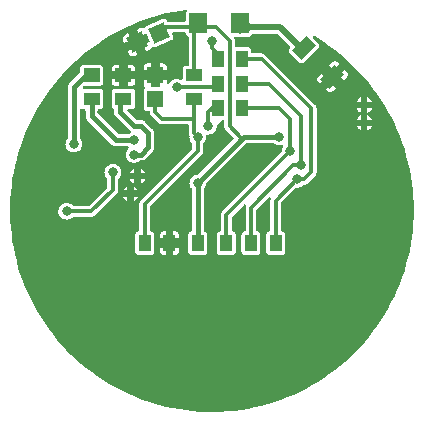
<source format=gbl>
G04 Layer: BottomLayer*
G04 EasyEDA v6.5.42, 2024-03-17 11:44:53*
G04 597a10fb728243aa825b0aea125d946e,ed70181f279245e6aff80281ee7dc86a,10*
G04 Gerber Generator version 0.2*
G04 Scale: 100 percent, Rotated: No, Reflected: No *
G04 Dimensions in millimeters *
G04 leading zeros omitted , absolute positions ,4 integer and 5 decimal *
%FSLAX45Y45*%
%MOMM*%

%AMMACRO1*21,1,$1,$2,0,0,$3*%
%ADD10C,0.3000*%
%ADD11C,0.4000*%
%ADD12C,0.5000*%
%ADD13R,1.0000X1.3770*%
%ADD14R,1.3770X1.1325*%
%ADD15MACRO1,1.377X1.1325X0.0000*%
%ADD16MACRO1,1.62X1.44X-90.0000*%
%ADD17MACRO1,1.1X1.7X135.0019*%
%ADD18MACRO1,1.1X1.7X135.0000*%
%ADD19MACRO1,1.35X1.41X113.0004*%
%ADD20R,1.3770X1.0000*%
%ADD21R,1.3500X1.4100*%
%ADD22MACRO1,1.35X1.41X0.0000*%
%ADD23C,0.8000*%
%ADD24C,0.0142*%

%LPD*%
G36*
X3614318Y2440533D02*
G01*
X3556304Y2441041D01*
X3498291Y2443530D01*
X3440379Y2447950D01*
X3382670Y2454351D01*
X3325215Y2462733D01*
X3268116Y2472994D01*
X3211322Y2485237D01*
X3155035Y2499410D01*
X3099257Y2515463D01*
X3044037Y2533396D01*
X2989478Y2553208D01*
X2935579Y2574899D01*
X2882493Y2598369D01*
X2830220Y2623616D01*
X2778810Y2650642D01*
X2728417Y2679395D01*
X2678938Y2709824D01*
X2630576Y2741930D01*
X2583332Y2775661D01*
X2537256Y2810967D01*
X2492400Y2847848D01*
X2448814Y2886202D01*
X2406548Y2926029D01*
X2365705Y2967228D01*
X2326233Y3009849D01*
X2288286Y3053740D01*
X2251811Y3098901D01*
X2216912Y3145282D01*
X2183587Y3192830D01*
X2151888Y3241497D01*
X2121865Y3291179D01*
X2093569Y3341878D01*
X2067001Y3393490D01*
X2042210Y3446018D01*
X2019198Y3499307D01*
X1998014Y3553358D01*
X1978660Y3608120D01*
X1961184Y3663442D01*
X1945639Y3719372D01*
X1931974Y3775811D01*
X1920189Y3832656D01*
X1910384Y3889908D01*
X1902561Y3947414D01*
X1896668Y4005173D01*
X1892706Y4063085D01*
X1890725Y4121099D01*
X1890775Y4179163D01*
X1892757Y4237228D01*
X1896668Y4295140D01*
X1902612Y4352899D01*
X1910435Y4410405D01*
X1920290Y4467606D01*
X1932025Y4524502D01*
X1945690Y4580890D01*
X1961286Y4636820D01*
X1978761Y4692192D01*
X1998116Y4746904D01*
X2019300Y4800955D01*
X2042312Y4854295D01*
X2067153Y4906772D01*
X2093722Y4958384D01*
X2122068Y5009083D01*
X2152091Y5058765D01*
X2183739Y5107381D01*
X2217115Y5154930D01*
X2252014Y5201310D01*
X2288489Y5246471D01*
X2326487Y5290362D01*
X2365959Y5332984D01*
X2406802Y5374182D01*
X2449068Y5414010D01*
X2492654Y5452364D01*
X2537510Y5489194D01*
X2583637Y5524500D01*
X2630881Y5558231D01*
X2679242Y5590336D01*
X2728671Y5620766D01*
X2779115Y5649518D01*
X2830525Y5676493D01*
X2882798Y5701741D01*
X2935935Y5725210D01*
X2989783Y5746851D01*
X3044342Y5766663D01*
X3099562Y5784596D01*
X3155391Y5800648D01*
X3211677Y5814771D01*
X3268421Y5827014D01*
X3325571Y5837275D01*
X3377184Y5844794D01*
X3381197Y5844590D01*
X3384854Y5842812D01*
X3387496Y5839714D01*
X3388715Y5835904D01*
X3388360Y5831890D01*
X3383330Y5822645D01*
X3381603Y5816955D01*
X3380994Y5810504D01*
X3380994Y5755690D01*
X3380232Y5751779D01*
X3377996Y5748477D01*
X3374694Y5746292D01*
X3370834Y5745530D01*
X3227425Y5745530D01*
X3223869Y5746140D01*
X3220770Y5748020D01*
X3218535Y5750814D01*
X3215741Y5755894D01*
X3211931Y5760466D01*
X3207258Y5764225D01*
X3201974Y5766968D01*
X3196234Y5768644D01*
X3190290Y5769203D01*
X3184347Y5768543D01*
X3178200Y5766612D01*
X3049320Y5711952D01*
X3043631Y5708802D01*
X3039059Y5704992D01*
X3035300Y5700369D01*
X3030321Y5691022D01*
X3026714Y5688431D01*
X3022346Y5687618D01*
X3012135Y5690514D01*
X3006191Y5691073D01*
X3000248Y5690412D01*
X2994101Y5688482D01*
X2967939Y5677408D01*
X2990545Y5624068D01*
X3034030Y5642559D01*
X3037941Y5643321D01*
X3041802Y5642610D01*
X3045155Y5640425D01*
X3047390Y5637174D01*
X3070758Y5582056D01*
X3071571Y5578144D01*
X3070809Y5574284D01*
X3068675Y5570931D01*
X3065373Y5568696D01*
X3021888Y5550255D01*
X3044545Y5496966D01*
X3070656Y5508040D01*
X3076346Y5511139D01*
X3080918Y5515000D01*
X3084677Y5519623D01*
X3089656Y5528970D01*
X3093262Y5531561D01*
X3097682Y5532374D01*
X3107842Y5529478D01*
X3113786Y5528919D01*
X3119729Y5529580D01*
X3125927Y5531510D01*
X3254756Y5586171D01*
X3260445Y5589320D01*
X3265017Y5593130D01*
X3268776Y5597753D01*
X3271570Y5603087D01*
X3273247Y5608777D01*
X3273755Y5614720D01*
X3273145Y5620664D01*
X3271215Y5626862D01*
X3265474Y5640374D01*
X3264662Y5644286D01*
X3265424Y5648198D01*
X3267608Y5651500D01*
X3270910Y5653735D01*
X3274822Y5654497D01*
X3371291Y5654497D01*
X3374948Y5653836D01*
X3378098Y5651855D01*
X3380333Y5648909D01*
X3381400Y5645353D01*
X3381603Y5643067D01*
X3383330Y5637326D01*
X3386175Y5632043D01*
X3389934Y5627471D01*
X3394557Y5623661D01*
X3399129Y5621223D01*
X3401974Y5618988D01*
X3403854Y5615838D01*
X3404463Y5612282D01*
X3404463Y5380685D01*
X3403701Y5376773D01*
X3401517Y5373471D01*
X3398215Y5371287D01*
X3394303Y5370525D01*
X3381654Y5370525D01*
X3375202Y5369864D01*
X3369462Y5368137D01*
X3364229Y5365343D01*
X3359607Y5361533D01*
X3355797Y5356910D01*
X3353003Y5351627D01*
X3351276Y5345938D01*
X3350615Y5339486D01*
X3350615Y5259527D01*
X3349751Y5255361D01*
X3347212Y5251907D01*
X3343452Y5249824D01*
X3339185Y5249468D01*
X3335172Y5250891D01*
X3331972Y5252821D01*
X3321761Y5257038D01*
X3311042Y5259628D01*
X3300018Y5260492D01*
X3288995Y5259628D01*
X3278225Y5257038D01*
X3268014Y5252821D01*
X3258565Y5247030D01*
X3250184Y5239867D01*
X3242970Y5231434D01*
X3236823Y5221376D01*
X3233826Y5218277D01*
X3229762Y5216652D01*
X3225393Y5216906D01*
X3221583Y5218988D01*
X3218942Y5222443D01*
X3218027Y5226710D01*
X3218027Y5248402D01*
X3160115Y5248402D01*
X3160115Y5201158D01*
X3159302Y5197246D01*
X3157118Y5193995D01*
X3153816Y5191760D01*
X3149955Y5190998D01*
X3090062Y5190998D01*
X3086150Y5191760D01*
X3082848Y5193995D01*
X3080664Y5197246D01*
X3079902Y5201158D01*
X3079902Y5248402D01*
X3021990Y5248402D01*
X3021990Y5220004D01*
X3022600Y5213553D01*
X3024378Y5207812D01*
X3027172Y5202580D01*
X3033826Y5194350D01*
X3034792Y5189982D01*
X3033826Y5185664D01*
X3027172Y5177434D01*
X3024378Y5172151D01*
X3022600Y5166410D01*
X3021990Y5160010D01*
X3021990Y5020005D01*
X3022600Y5013553D01*
X3024378Y5007813D01*
X3027172Y5002580D01*
X3030931Y4997958D01*
X3035554Y4994148D01*
X3040837Y4991354D01*
X3046526Y4989626D01*
X3052978Y4988966D01*
X3064459Y4988966D01*
X3068421Y4988153D01*
X3071723Y4985867D01*
X3073908Y4982464D01*
X3075736Y4969560D01*
X3078378Y4961636D01*
X3082493Y4954320D01*
X3088132Y4947462D01*
X3149092Y4886604D01*
X3156051Y4881321D01*
X3163570Y4877612D01*
X3171647Y4875276D01*
X3180486Y4874463D01*
X3394303Y4874463D01*
X3398215Y4873701D01*
X3401517Y4871516D01*
X3403701Y4868214D01*
X3404463Y4864303D01*
X3404514Y4798263D01*
X3405733Y4789474D01*
X3407562Y4783582D01*
X3409797Y4777994D01*
X3409950Y4775403D01*
X3409492Y4770018D01*
X3410407Y4758994D01*
X3412947Y4748225D01*
X3417214Y4738014D01*
X3422954Y4728565D01*
X3433572Y4716018D01*
X3434486Y4711801D01*
X3434486Y4673041D01*
X3433724Y4669180D01*
X3431489Y4665878D01*
X2996590Y4230878D01*
X2991358Y4223918D01*
X2987598Y4216400D01*
X2985312Y4208322D01*
X2984500Y4199534D01*
X2984500Y3978960D01*
X2983788Y3975303D01*
X2981858Y3972153D01*
X2978912Y3969867D01*
X2974035Y3968750D01*
X2968345Y3966972D01*
X2963062Y3964178D01*
X2958439Y3960368D01*
X2954680Y3955796D01*
X2951835Y3950512D01*
X2950108Y3944772D01*
X2949498Y3938371D01*
X2949498Y3801668D01*
X2950108Y3795217D01*
X2951835Y3789476D01*
X2954680Y3784244D01*
X2958439Y3779621D01*
X2963062Y3775811D01*
X2968345Y3773017D01*
X2974035Y3771290D01*
X2980486Y3770629D01*
X3079496Y3770629D01*
X3085947Y3771290D01*
X3091637Y3773017D01*
X3096920Y3775811D01*
X3101543Y3779621D01*
X3105302Y3784244D01*
X3108096Y3789476D01*
X3109874Y3795217D01*
X3110484Y3801668D01*
X3110484Y3938371D01*
X3109874Y3944772D01*
X3108096Y3950512D01*
X3105302Y3955796D01*
X3101543Y3960368D01*
X3096920Y3964178D01*
X3091637Y3966972D01*
X3085947Y3968750D01*
X3081070Y3969867D01*
X3078124Y3972153D01*
X3076194Y3975303D01*
X3075482Y3978960D01*
X3075482Y4176928D01*
X3076295Y4180840D01*
X3078480Y4184142D01*
X3513378Y4619091D01*
X3518662Y4626051D01*
X3522370Y4633569D01*
X3524707Y4641646D01*
X3525520Y4650435D01*
X3525520Y4711801D01*
X3526434Y4716018D01*
X3537000Y4728565D01*
X3542792Y4738014D01*
X3547008Y4748225D01*
X3549599Y4758994D01*
X3550462Y4770018D01*
X3549751Y4779314D01*
X3550310Y4783632D01*
X3552698Y4787341D01*
X3556355Y4789678D01*
X3560673Y4790287D01*
X3570020Y4789525D01*
X3581044Y4790389D01*
X3591763Y4792980D01*
X3601974Y4797196D01*
X3611422Y4802987D01*
X3619855Y4810150D01*
X3627018Y4818583D01*
X3632809Y4828032D01*
X3637026Y4838242D01*
X3639616Y4848961D01*
X3640988Y4865319D01*
X3643325Y4868976D01*
X3682034Y4907635D01*
X3685336Y4909870D01*
X3689197Y4910632D01*
X3694379Y4910632D01*
X3698290Y4909870D01*
X3701592Y4907635D01*
X3703777Y4904384D01*
X3704539Y4900472D01*
X3704590Y4858359D01*
X3705809Y4849672D01*
X3708450Y4841748D01*
X3712514Y4834382D01*
X3718153Y4827574D01*
X3779875Y4765649D01*
X3782110Y4762347D01*
X3782872Y4758486D01*
X3782060Y4754626D01*
X3779875Y4751324D01*
X3481628Y4453026D01*
X3478682Y4450994D01*
X3475228Y4450080D01*
X3468979Y4449622D01*
X3458210Y4447032D01*
X3447999Y4442815D01*
X3438550Y4437024D01*
X3430168Y4429810D01*
X3422954Y4421428D01*
X3417214Y4411980D01*
X3412947Y4401769D01*
X3410407Y4391050D01*
X3409492Y4379976D01*
X3410407Y4368952D01*
X3412947Y4358233D01*
X3417214Y4348022D01*
X3422954Y4338574D01*
X3427069Y4333798D01*
X3428847Y4330700D01*
X3429508Y4327194D01*
X3429508Y3977894D01*
X3428593Y3973728D01*
X3426002Y3970274D01*
X3422294Y3968191D01*
X3418332Y3966972D01*
X3413048Y3964178D01*
X3408426Y3960368D01*
X3404666Y3955796D01*
X3401822Y3950512D01*
X3400094Y3944772D01*
X3399485Y3938371D01*
X3399485Y3801668D01*
X3400094Y3795217D01*
X3401822Y3789476D01*
X3404666Y3784244D01*
X3408426Y3779621D01*
X3413048Y3775811D01*
X3418332Y3773017D01*
X3424021Y3771290D01*
X3430473Y3770629D01*
X3529482Y3770629D01*
X3535934Y3771290D01*
X3541623Y3773017D01*
X3546906Y3775811D01*
X3551529Y3779621D01*
X3555288Y3784244D01*
X3558133Y3789476D01*
X3559860Y3795217D01*
X3560470Y3801668D01*
X3560470Y3938371D01*
X3559860Y3944772D01*
X3558133Y3950512D01*
X3555288Y3955796D01*
X3551529Y3960368D01*
X3546906Y3964178D01*
X3541623Y3966972D01*
X3537712Y3968191D01*
X3533952Y3970274D01*
X3531412Y3973728D01*
X3530498Y3977894D01*
X3530498Y4327194D01*
X3531108Y4330700D01*
X3532936Y4333798D01*
X3537000Y4338574D01*
X3542792Y4348022D01*
X3547008Y4358233D01*
X3549599Y4368952D01*
X3550107Y4375200D01*
X3550970Y4378655D01*
X3553053Y4381601D01*
X3887927Y4716526D01*
X3891229Y4718710D01*
X3895140Y4719472D01*
X4117187Y4719472D01*
X4120743Y4718862D01*
X4123791Y4717034D01*
X4128566Y4712970D01*
X4138015Y4707229D01*
X4148226Y4702962D01*
X4158945Y4700371D01*
X4169968Y4699508D01*
X4180992Y4700371D01*
X4189374Y4702403D01*
X4193336Y4702556D01*
X4197045Y4701184D01*
X4199940Y4698492D01*
X4201617Y4694885D01*
X4201769Y4690922D01*
X4200398Y4687214D01*
X4197197Y4681982D01*
X4192981Y4671771D01*
X4190390Y4661001D01*
X4189018Y4644593D01*
X4186682Y4640884D01*
X3686708Y4140860D01*
X3681425Y4133900D01*
X3677665Y4126382D01*
X3675379Y4118305D01*
X3674567Y4109516D01*
X3674567Y3978960D01*
X3673906Y3975303D01*
X3671925Y3972153D01*
X3668979Y3969918D01*
X3664051Y3968750D01*
X3658311Y3966972D01*
X3653078Y3964178D01*
X3648456Y3960368D01*
X3644646Y3955796D01*
X3641851Y3950512D01*
X3640124Y3944772D01*
X3639464Y3938371D01*
X3639464Y3801668D01*
X3640124Y3795217D01*
X3641851Y3789476D01*
X3644646Y3784244D01*
X3648456Y3779621D01*
X3653078Y3775811D01*
X3658311Y3773017D01*
X3664051Y3771290D01*
X3670503Y3770629D01*
X3769461Y3770629D01*
X3775913Y3771290D01*
X3781653Y3773017D01*
X3786886Y3775811D01*
X3791508Y3779621D01*
X3795318Y3784244D01*
X3798112Y3789476D01*
X3799840Y3795217D01*
X3800500Y3801668D01*
X3800500Y3938371D01*
X3799840Y3944772D01*
X3798112Y3950512D01*
X3795318Y3955796D01*
X3791508Y3960368D01*
X3786886Y3964178D01*
X3781653Y3966972D01*
X3775913Y3968750D01*
X3771188Y3969867D01*
X3768242Y3972153D01*
X3766261Y3975303D01*
X3765600Y3978960D01*
X3765600Y4086910D01*
X3766362Y4090822D01*
X3768547Y4094124D01*
X3870451Y4195978D01*
X3874160Y4198366D01*
X3878579Y4198924D01*
X3882796Y4197553D01*
X3885996Y4194556D01*
X3887673Y4190441D01*
X3887419Y4186021D01*
X3885184Y4178249D01*
X3884371Y4169460D01*
X3884371Y3978960D01*
X3883710Y3975303D01*
X3881729Y3972153D01*
X3878783Y3969867D01*
X3874058Y3968750D01*
X3868318Y3966972D01*
X3863035Y3964178D01*
X3858463Y3960368D01*
X3854653Y3955796D01*
X3851859Y3950512D01*
X3850081Y3944772D01*
X3849471Y3938371D01*
X3849471Y3801668D01*
X3850081Y3795217D01*
X3851859Y3789476D01*
X3854653Y3784244D01*
X3858463Y3779621D01*
X3863035Y3775811D01*
X3868318Y3773017D01*
X3874058Y3771290D01*
X3880459Y3770629D01*
X3979468Y3770629D01*
X3985920Y3771290D01*
X3991660Y3773017D01*
X3996893Y3775811D01*
X4001515Y3779621D01*
X4005326Y3784244D01*
X4008120Y3789476D01*
X4009847Y3795217D01*
X4010507Y3801668D01*
X4010507Y3938371D01*
X4009847Y3944772D01*
X4008120Y3950512D01*
X4005326Y3955796D01*
X4001515Y3960368D01*
X3996893Y3964178D01*
X3991660Y3966972D01*
X3985920Y3968750D01*
X3980992Y3969918D01*
X3978046Y3972153D01*
X3976065Y3975303D01*
X3975404Y3978960D01*
X3975404Y4146854D01*
X3976166Y4150766D01*
X3978351Y4154068D01*
X4080611Y4256278D01*
X4084320Y4258665D01*
X4088739Y4259224D01*
X4092956Y4257852D01*
X4096156Y4254855D01*
X4097832Y4250740D01*
X4097578Y4246321D01*
X4095292Y4238345D01*
X4094479Y4229557D01*
X4094479Y3978960D01*
X4093819Y3975303D01*
X4091838Y3972153D01*
X4088892Y3969867D01*
X4084015Y3968750D01*
X4078325Y3966972D01*
X4073042Y3964178D01*
X4068419Y3960368D01*
X4064660Y3955796D01*
X4061815Y3950512D01*
X4060088Y3944772D01*
X4059478Y3938371D01*
X4059478Y3801668D01*
X4060088Y3795217D01*
X4061815Y3789476D01*
X4064660Y3784244D01*
X4068419Y3779621D01*
X4073042Y3775811D01*
X4078325Y3773017D01*
X4084015Y3771290D01*
X4090466Y3770629D01*
X4189476Y3770629D01*
X4195927Y3771290D01*
X4201617Y3773017D01*
X4206900Y3775811D01*
X4211523Y3779621D01*
X4215282Y3784244D01*
X4218127Y3789476D01*
X4219854Y3795217D01*
X4220464Y3801668D01*
X4220464Y3938371D01*
X4219854Y3944772D01*
X4218127Y3950512D01*
X4215282Y3955796D01*
X4211523Y3960368D01*
X4206900Y3964178D01*
X4201617Y3966972D01*
X4195927Y3968750D01*
X4191101Y3969867D01*
X4188155Y3972153D01*
X4186174Y3975303D01*
X4185513Y3978960D01*
X4185513Y4206951D01*
X4186275Y4210862D01*
X4188460Y4214114D01*
X4310989Y4336643D01*
X4314647Y4339031D01*
X4331004Y4340402D01*
X4341774Y4342993D01*
X4351985Y4347210D01*
X4361434Y4353001D01*
X4373829Y4363466D01*
X4378045Y4364431D01*
X4381754Y4364482D01*
X4390390Y4365701D01*
X4398314Y4368342D01*
X4405680Y4372457D01*
X4412488Y4378096D01*
X4473295Y4438954D01*
X4478578Y4445965D01*
X4482338Y4453483D01*
X4484624Y4461560D01*
X4485436Y4470349D01*
X4485386Y5011623D01*
X4484166Y5020310D01*
X4481525Y5028234D01*
X4477410Y5035600D01*
X4471771Y5042408D01*
X4050741Y5463387D01*
X4043730Y5468670D01*
X4036212Y5472430D01*
X4028135Y5474716D01*
X4019346Y5475528D01*
X3940657Y5475528D01*
X3936796Y5476290D01*
X3933494Y5478475D01*
X3931259Y5481777D01*
X3930497Y5485688D01*
X3930497Y5498338D01*
X3929887Y5504789D01*
X3928160Y5510479D01*
X3925315Y5515762D01*
X3921556Y5520385D01*
X3916934Y5524144D01*
X3911650Y5526989D01*
X3905961Y5528716D01*
X3899509Y5529326D01*
X3805732Y5529326D01*
X3801821Y5530138D01*
X3798519Y5532323D01*
X3796334Y5535625D01*
X3795572Y5539486D01*
X3795522Y5581599D01*
X3794302Y5590286D01*
X3791661Y5598210D01*
X3788765Y5603392D01*
X3787546Y5607405D01*
X3788003Y5611571D01*
X3790137Y5615178D01*
X3793540Y5617616D01*
X3797655Y5618480D01*
X3814673Y5618480D01*
X3818128Y5617870D01*
X3822141Y5616397D01*
X3831640Y5614720D01*
X3841343Y5614720D01*
X3850843Y5616397D01*
X3854856Y5617870D01*
X3858310Y5618480D01*
X3907993Y5618480D01*
X3914444Y5619089D01*
X3920134Y5620867D01*
X3925417Y5623661D01*
X3930040Y5627471D01*
X3933799Y5632043D01*
X3938015Y5639612D01*
X3940911Y5642660D01*
X3943705Y5644032D01*
X3946753Y5644489D01*
X4147565Y5644489D01*
X4151426Y5643727D01*
X4154728Y5641543D01*
X4260291Y5535980D01*
X4262374Y5532882D01*
X4263237Y5529224D01*
X4262678Y5525516D01*
X4260850Y5522214D01*
X4255414Y5515813D01*
X4252620Y5510631D01*
X4250893Y5504942D01*
X4250334Y5498998D01*
X4250893Y5493054D01*
X4252620Y5487314D01*
X4255465Y5482082D01*
X4259580Y5477052D01*
X4336643Y5399989D01*
X4341622Y5395874D01*
X4346905Y5393080D01*
X4352645Y5391353D01*
X4358589Y5390743D01*
X4364532Y5391353D01*
X4370222Y5393080D01*
X4375505Y5395874D01*
X4380484Y5399989D01*
X4500016Y5519470D01*
X4504080Y5524500D01*
X4506925Y5529732D01*
X4508652Y5535472D01*
X4509211Y5541416D01*
X4508652Y5547360D01*
X4506925Y5553049D01*
X4504080Y5558332D01*
X4500016Y5563362D01*
X4458563Y5604764D01*
X4456277Y5608269D01*
X4455617Y5612333D01*
X4456633Y5616397D01*
X4459173Y5619699D01*
X4462830Y5621680D01*
X4466996Y5622036D01*
X4470958Y5620664D01*
X4496460Y5605576D01*
X4545330Y5574284D01*
X4593183Y5541365D01*
X4639818Y5506821D01*
X4685334Y5470753D01*
X4729530Y5433110D01*
X4772456Y5394045D01*
X4814011Y5353507D01*
X4854194Y5311597D01*
X4892903Y5268315D01*
X4930140Y5223764D01*
X4965852Y5177993D01*
X4999939Y5131003D01*
X5032451Y5082895D01*
X5063337Y5033721D01*
X5092496Y4983530D01*
X5119928Y4932375D01*
X5145633Y4880305D01*
X5169509Y4827422D01*
X5191607Y4773726D01*
X5211876Y4719320D01*
X5230266Y4664252D01*
X5246827Y4608576D01*
X5261457Y4552391D01*
X5274157Y4495749D01*
X5284927Y4438700D01*
X5293766Y4381347D01*
X5300624Y4323689D01*
X5305552Y4265828D01*
X5308498Y4207865D01*
X5309463Y4149801D01*
X5308498Y4091736D01*
X5305501Y4033774D01*
X5300573Y3975912D01*
X5293715Y3918305D01*
X5284876Y3860901D01*
X5274056Y3803853D01*
X5261356Y3747211D01*
X5246725Y3691026D01*
X5230164Y3635400D01*
X5211775Y3580333D01*
X5191506Y3525926D01*
X5169408Y3472230D01*
X5145481Y3419348D01*
X5119776Y3367278D01*
X5092293Y3316122D01*
X5063134Y3265932D01*
X5032298Y3216757D01*
X4999786Y3168650D01*
X4965649Y3121710D01*
X4929936Y3075889D01*
X4892700Y3031388D01*
X4853940Y2988106D01*
X4813808Y2946196D01*
X4772202Y2905709D01*
X4729276Y2866593D01*
X4685030Y2829001D01*
X4639564Y2792933D01*
X4592878Y2758389D01*
X4545076Y2725470D01*
X4496155Y2694228D01*
X4446168Y2664612D01*
X4395266Y2636723D01*
X4343400Y2610612D01*
X4290720Y2586228D01*
X4237228Y2563723D01*
X4182973Y2542997D01*
X4128109Y2524099D01*
X4072585Y2507132D01*
X4016501Y2491994D01*
X3959961Y2478836D01*
X3903014Y2467559D01*
X3845712Y2458262D01*
X3788156Y2450896D01*
X3730345Y2445461D01*
X3672382Y2442006D01*
G37*

%LPC*%
G36*
X3190494Y3770629D02*
G01*
X3208629Y3770629D01*
X3208629Y3829253D01*
X3159455Y3829253D01*
X3159455Y3801668D01*
X3160115Y3795217D01*
X3161842Y3789476D01*
X3164636Y3784244D01*
X3168446Y3779621D01*
X3173069Y3775811D01*
X3178302Y3773017D01*
X3184042Y3771290D01*
G37*
G36*
X3271316Y3770629D02*
G01*
X3289503Y3770629D01*
X3295904Y3771290D01*
X3301644Y3773017D01*
X3306927Y3775811D01*
X3311499Y3779621D01*
X3315309Y3784244D01*
X3318103Y3789476D01*
X3319830Y3795217D01*
X3320491Y3801668D01*
X3320491Y3829253D01*
X3271316Y3829253D01*
G37*
G36*
X3271316Y3910787D02*
G01*
X3320491Y3910787D01*
X3320491Y3938371D01*
X3319830Y3944772D01*
X3318103Y3950512D01*
X3315309Y3955796D01*
X3311499Y3960368D01*
X3306927Y3964178D01*
X3301644Y3966972D01*
X3295904Y3968750D01*
X3289503Y3969359D01*
X3271316Y3969359D01*
G37*
G36*
X3159455Y3910787D02*
G01*
X3208629Y3910787D01*
X3208629Y3969359D01*
X3190494Y3969359D01*
X3184042Y3968750D01*
X3178302Y3966972D01*
X3173069Y3964178D01*
X3168446Y3960368D01*
X3164636Y3955796D01*
X3161842Y3950512D01*
X3160115Y3944772D01*
X3159455Y3938371D01*
G37*
G36*
X2369972Y4069537D02*
G01*
X2380996Y4070400D01*
X2391765Y4072991D01*
X2401976Y4077208D01*
X2411425Y4082999D01*
X2423922Y4093514D01*
X2428138Y4094429D01*
X2581605Y4094479D01*
X2590292Y4095699D01*
X2598216Y4098340D01*
X2605582Y4102455D01*
X2612390Y4108094D01*
X2793339Y4289094D01*
X2798622Y4296105D01*
X2802382Y4303623D01*
X2804668Y4311700D01*
X2805480Y4320489D01*
X2805480Y4411776D01*
X2806395Y4415993D01*
X2817012Y4428591D01*
X2822803Y4437989D01*
X2827020Y4448200D01*
X2829610Y4458970D01*
X2830474Y4469993D01*
X2829610Y4481017D01*
X2827020Y4491786D01*
X2822803Y4501997D01*
X2817012Y4511446D01*
X2809849Y4519828D01*
X2801416Y4527042D01*
X2791968Y4532782D01*
X2781757Y4537049D01*
X2771038Y4539589D01*
X2760014Y4540453D01*
X2748991Y4539589D01*
X2738221Y4537049D01*
X2728010Y4532782D01*
X2718562Y4527042D01*
X2710180Y4519828D01*
X2702966Y4511446D01*
X2697175Y4501997D01*
X2692958Y4491786D01*
X2690368Y4481017D01*
X2689504Y4469993D01*
X2690368Y4458970D01*
X2692958Y4448200D01*
X2697175Y4437989D01*
X2702966Y4428591D01*
X2713532Y4416044D01*
X2714447Y4411827D01*
X2714447Y4343095D01*
X2713685Y4339183D01*
X2711500Y4335881D01*
X2564028Y4188409D01*
X2560726Y4186224D01*
X2556814Y4185462D01*
X2428240Y4185462D01*
X2424023Y4186377D01*
X2411425Y4196994D01*
X2401976Y4202785D01*
X2391765Y4207052D01*
X2380996Y4209592D01*
X2369972Y4210456D01*
X2358948Y4209592D01*
X2348230Y4207052D01*
X2338019Y4202785D01*
X2328570Y4196994D01*
X2320137Y4189831D01*
X2312974Y4181449D01*
X2307183Y4172000D01*
X2302967Y4161790D01*
X2300376Y4151020D01*
X2299512Y4139996D01*
X2300376Y4128973D01*
X2302967Y4118203D01*
X2307183Y4107992D01*
X2312974Y4098594D01*
X2320137Y4090162D01*
X2328570Y4082999D01*
X2338019Y4077208D01*
X2348230Y4072991D01*
X2358948Y4070400D01*
G37*
G36*
X2936341Y4224832D02*
G01*
X2941980Y4227220D01*
X2951429Y4232960D01*
X2959811Y4240174D01*
X2967024Y4248556D01*
X2972765Y4258005D01*
X2975102Y4263644D01*
X2936341Y4263644D01*
G37*
G36*
X2883662Y4224832D02*
G01*
X2883662Y4263644D01*
X2844850Y4263644D01*
X2847187Y4258005D01*
X2852978Y4248556D01*
X2860141Y4240174D01*
X2868574Y4232960D01*
X2877972Y4227220D01*
G37*
G36*
X2844850Y4316323D02*
G01*
X2883662Y4316323D01*
X2883662Y4355134D01*
X2877972Y4352798D01*
X2868574Y4347006D01*
X2860141Y4339844D01*
X2852978Y4331411D01*
X2847187Y4321962D01*
G37*
G36*
X2936341Y4316323D02*
G01*
X2975102Y4316323D01*
X2972765Y4321962D01*
X2967024Y4331411D01*
X2959811Y4339844D01*
X2951429Y4347006D01*
X2941980Y4352798D01*
X2936341Y4355134D01*
G37*
G36*
X2996336Y4374845D02*
G01*
X3001975Y4377182D01*
X3011424Y4382973D01*
X3019806Y4390136D01*
X3027019Y4398568D01*
X3032810Y4408017D01*
X3035147Y4413656D01*
X2996336Y4413656D01*
G37*
G36*
X2943656Y4374845D02*
G01*
X2943656Y4413656D01*
X2904845Y4413656D01*
X2907182Y4408017D01*
X2912973Y4398568D01*
X2920136Y4390136D01*
X2928569Y4382973D01*
X2938018Y4377182D01*
G37*
G36*
X2904845Y4466336D02*
G01*
X2943656Y4466336D01*
X2943656Y4505147D01*
X2938018Y4502810D01*
X2928569Y4497019D01*
X2920136Y4489805D01*
X2912973Y4481423D01*
X2907182Y4471974D01*
G37*
G36*
X2996336Y4466336D02*
G01*
X3035147Y4466336D01*
X3032810Y4471974D01*
X3027019Y4481423D01*
X3019806Y4489805D01*
X3011424Y4497019D01*
X3001975Y4502810D01*
X2996336Y4505147D01*
G37*
G36*
X2939999Y4549546D02*
G01*
X2951022Y4550410D01*
X2961792Y4552950D01*
X2972003Y4557217D01*
X2981401Y4563008D01*
X2986176Y4567072D01*
X2989275Y4568850D01*
X2992780Y4569510D01*
X3004413Y4569714D01*
X3008782Y4570272D01*
X3013049Y4571238D01*
X3017266Y4572558D01*
X3021330Y4574235D01*
X3025241Y4576267D01*
X3028950Y4578654D01*
X3032455Y4581347D01*
X3035858Y4584446D01*
X3095498Y4644085D01*
X3098596Y4647488D01*
X3101289Y4650994D01*
X3103676Y4654702D01*
X3105708Y4658614D01*
X3107385Y4662678D01*
X3108706Y4666894D01*
X3109671Y4671161D01*
X3110230Y4675530D01*
X3110433Y4680153D01*
X3110433Y4799888D01*
X3110230Y4804511D01*
X3109671Y4808880D01*
X3108706Y4813147D01*
X3107385Y4817364D01*
X3105708Y4821428D01*
X3103676Y4825339D01*
X3101289Y4829048D01*
X3098596Y4832553D01*
X3095498Y4835956D01*
X3035858Y4895596D01*
X3032455Y4898694D01*
X3028950Y4901387D01*
X3025241Y4903774D01*
X3021330Y4905806D01*
X3017266Y4907483D01*
X3013049Y4908804D01*
X3008782Y4909769D01*
X3004413Y4910328D01*
X2999790Y4910531D01*
X2965145Y4910531D01*
X2961233Y4911293D01*
X2957982Y4913528D01*
X2885846Y4985512D01*
X2883611Y4988814D01*
X2882849Y4992674D01*
X2883611Y4996586D01*
X2885795Y4999888D01*
X2889097Y5002072D01*
X2893009Y5002834D01*
X2918358Y5002834D01*
X2924810Y5003495D01*
X2930499Y5005222D01*
X2935782Y5008016D01*
X2940405Y5011826D01*
X2944164Y5016449D01*
X2947009Y5021681D01*
X2948736Y5027422D01*
X2949346Y5033873D01*
X2949346Y5146090D01*
X2948736Y5152542D01*
X2947009Y5158282D01*
X2944164Y5163515D01*
X2940405Y5168138D01*
X2935782Y5171948D01*
X2930499Y5174742D01*
X2924810Y5176469D01*
X2918358Y5177129D01*
X2781655Y5177129D01*
X2775204Y5176469D01*
X2769463Y5174742D01*
X2764231Y5171948D01*
X2759608Y5168138D01*
X2755798Y5163515D01*
X2753004Y5158282D01*
X2751277Y5152542D01*
X2750616Y5146090D01*
X2750616Y5033873D01*
X2751277Y5027422D01*
X2753004Y5021681D01*
X2755798Y5016449D01*
X2759557Y5011877D01*
X2765552Y5007152D01*
X2767634Y5004917D01*
X2768955Y5002174D01*
X2769412Y4999177D01*
X2769412Y4980127D01*
X2769616Y4975453D01*
X2770174Y4971135D01*
X2771140Y4966817D01*
X2772460Y4962652D01*
X2774188Y4958537D01*
X2776169Y4954676D01*
X2778556Y4950917D01*
X2781198Y4947462D01*
X2784398Y4944008D01*
X2904236Y4824425D01*
X2909468Y4819904D01*
X2912059Y4816957D01*
X2913380Y4813249D01*
X2913176Y4809337D01*
X2911500Y4805832D01*
X2908604Y4803190D01*
X2898597Y4796993D01*
X2893822Y4792929D01*
X2890723Y4791151D01*
X2887218Y4790490D01*
X2815132Y4790490D01*
X2811221Y4791252D01*
X2807919Y4793488D01*
X2633472Y4967935D01*
X2631287Y4971237D01*
X2630525Y4975098D01*
X2630525Y4992674D01*
X2631287Y4996586D01*
X2633472Y4999888D01*
X2636774Y5002072D01*
X2640685Y5002834D01*
X2648356Y5002834D01*
X2654808Y5003495D01*
X2660497Y5005222D01*
X2665780Y5008016D01*
X2670403Y5011826D01*
X2674162Y5016449D01*
X2677007Y5021681D01*
X2678734Y5027422D01*
X2679344Y5033873D01*
X2679344Y5146090D01*
X2678734Y5152542D01*
X2677007Y5158282D01*
X2674162Y5163515D01*
X2670403Y5168138D01*
X2665780Y5171948D01*
X2660497Y5174742D01*
X2654808Y5176469D01*
X2648356Y5177129D01*
X2513126Y5177129D01*
X2509215Y5177891D01*
X2505913Y5180076D01*
X2503728Y5183378D01*
X2502966Y5187289D01*
X2503728Y5191150D01*
X2505913Y5194452D01*
X2511348Y5199888D01*
X2514650Y5202072D01*
X2518511Y5202834D01*
X2648356Y5202834D01*
X2654808Y5203494D01*
X2660497Y5205222D01*
X2665780Y5208066D01*
X2670403Y5211826D01*
X2674162Y5216448D01*
X2677007Y5221732D01*
X2678734Y5227421D01*
X2679344Y5233873D01*
X2679344Y5346141D01*
X2678734Y5352542D01*
X2677007Y5358282D01*
X2674162Y5363565D01*
X2670403Y5368137D01*
X2665780Y5371947D01*
X2660497Y5374741D01*
X2654808Y5376519D01*
X2648356Y5377129D01*
X2511653Y5377129D01*
X2505202Y5376519D01*
X2499512Y5374741D01*
X2494229Y5371947D01*
X2489606Y5368137D01*
X2485796Y5363565D01*
X2483002Y5358282D01*
X2481275Y5352542D01*
X2480614Y5346141D01*
X2480614Y5316220D01*
X2479852Y5312359D01*
X2477668Y5309057D01*
X2394458Y5225846D01*
X2391359Y5222443D01*
X2388666Y5218938D01*
X2386279Y5215229D01*
X2384247Y5211318D01*
X2382570Y5207254D01*
X2381250Y5203037D01*
X2380284Y5198770D01*
X2379726Y5194401D01*
X2379522Y5189778D01*
X2379522Y4762804D01*
X2378862Y4759299D01*
X2377084Y4756200D01*
X2372969Y4751425D01*
X2367178Y4741976D01*
X2362962Y4731766D01*
X2360371Y4721047D01*
X2359507Y4710023D01*
X2360371Y4699000D01*
X2362962Y4688230D01*
X2367178Y4678019D01*
X2372969Y4668570D01*
X2380183Y4660188D01*
X2388565Y4652975D01*
X2398014Y4647184D01*
X2408224Y4642967D01*
X2418994Y4640376D01*
X2430018Y4639513D01*
X2441041Y4640376D01*
X2451760Y4642967D01*
X2461971Y4647184D01*
X2471420Y4652975D01*
X2479852Y4660188D01*
X2487015Y4668570D01*
X2492806Y4678019D01*
X2497023Y4688230D01*
X2499614Y4699000D01*
X2500477Y4710023D01*
X2499614Y4721047D01*
X2497023Y4731766D01*
X2492806Y4741976D01*
X2487015Y4751425D01*
X2482951Y4756150D01*
X2481173Y4759248D01*
X2480513Y4762754D01*
X2480513Y4998415D01*
X2481376Y5002479D01*
X2483764Y5005882D01*
X2487371Y5008016D01*
X2491486Y5008524D01*
X2495499Y5007356D01*
X2499512Y5005222D01*
X2505202Y5003495D01*
X2511653Y5002834D01*
X2519324Y5002834D01*
X2523236Y5002072D01*
X2526538Y4999888D01*
X2528722Y4996586D01*
X2529484Y4992674D01*
X2529484Y4950206D01*
X2529687Y4945583D01*
X2530297Y4941214D01*
X2531211Y4936896D01*
X2532532Y4932730D01*
X2534259Y4928616D01*
X2536291Y4924755D01*
X2538628Y4920996D01*
X2541320Y4917541D01*
X2544470Y4914087D01*
X2754122Y4704435D01*
X2757525Y4701336D01*
X2761030Y4698644D01*
X2764739Y4696256D01*
X2768650Y4694224D01*
X2772714Y4692548D01*
X2776931Y4691227D01*
X2781249Y4690262D01*
X2785618Y4689703D01*
X2790240Y4689500D01*
X2885643Y4689500D01*
X2889656Y4688687D01*
X2893009Y4686300D01*
X2895142Y4682845D01*
X2895752Y4678781D01*
X2894736Y4674819D01*
X2892247Y4671618D01*
X2890164Y4669840D01*
X2883001Y4661408D01*
X2877210Y4652010D01*
X2872943Y4641799D01*
X2870403Y4631029D01*
X2869539Y4620006D01*
X2870403Y4608982D01*
X2872943Y4598212D01*
X2877210Y4588002D01*
X2883001Y4578553D01*
X2890164Y4570171D01*
X2898546Y4563008D01*
X2907995Y4557217D01*
X2918206Y4552950D01*
X2928975Y4550410D01*
G37*
G36*
X4916322Y4824831D02*
G01*
X4921961Y4827219D01*
X4931410Y4832959D01*
X4939842Y4840173D01*
X4947005Y4848555D01*
X4952796Y4858004D01*
X4955133Y4863642D01*
X4916322Y4863642D01*
G37*
G36*
X4863642Y4824831D02*
G01*
X4863642Y4863642D01*
X4824831Y4863642D01*
X4827168Y4858004D01*
X4832959Y4848555D01*
X4840173Y4840173D01*
X4848555Y4832959D01*
X4858004Y4827219D01*
G37*
G36*
X4916322Y4916322D02*
G01*
X4955133Y4916322D01*
X4952796Y4921961D01*
X4947005Y4931410D01*
X4939842Y4939842D01*
X4931410Y4947005D01*
X4921961Y4952796D01*
X4916322Y4955133D01*
G37*
G36*
X4824831Y4916322D02*
G01*
X4863642Y4916322D01*
X4863642Y4955133D01*
X4858004Y4952796D01*
X4848555Y4947005D01*
X4840173Y4939842D01*
X4832959Y4931410D01*
X4827168Y4921961D01*
G37*
G36*
X4863642Y4974844D02*
G01*
X4863642Y5013655D01*
X4824882Y5013655D01*
X4827219Y5008016D01*
X4832959Y4998567D01*
X4840173Y4990185D01*
X4848555Y4982972D01*
X4858004Y4977180D01*
G37*
G36*
X4916322Y4974844D02*
G01*
X4922012Y4977180D01*
X4931410Y4982972D01*
X4939842Y4990185D01*
X4947005Y4998567D01*
X4952796Y5008016D01*
X4955133Y5013655D01*
X4916373Y5013655D01*
G37*
G36*
X4824882Y5066334D02*
G01*
X4863642Y5066334D01*
X4863642Y5105146D01*
X4858004Y5102809D01*
X4848555Y5097018D01*
X4840173Y5089855D01*
X4832959Y5081422D01*
X4827219Y5071973D01*
G37*
G36*
X4916373Y5066334D02*
G01*
X4955133Y5066334D01*
X4952796Y5071973D01*
X4947005Y5081422D01*
X4939842Y5089855D01*
X4931410Y5097018D01*
X4922012Y5102809D01*
X4916373Y5105146D01*
G37*
G36*
X4598974Y5150307D02*
G01*
X4604918Y5150916D01*
X4610658Y5152644D01*
X4615891Y5155438D01*
X4620920Y5159552D01*
X4646117Y5184749D01*
X4609592Y5221325D01*
X4562449Y5174183D01*
X4577080Y5159552D01*
X4582058Y5155438D01*
X4587341Y5152644D01*
X4593031Y5150916D01*
G37*
G36*
X2890774Y5202834D02*
G01*
X2918358Y5202834D01*
X2924810Y5203494D01*
X2930499Y5205222D01*
X2935782Y5208066D01*
X2940405Y5211826D01*
X2944164Y5216448D01*
X2947009Y5221732D01*
X2948736Y5227421D01*
X2949346Y5233873D01*
X2949346Y5255310D01*
X2890774Y5255310D01*
G37*
G36*
X2781655Y5202834D02*
G01*
X2809240Y5202834D01*
X2809240Y5255310D01*
X2750616Y5255310D01*
X2750616Y5233873D01*
X2751277Y5227421D01*
X2753004Y5221732D01*
X2755798Y5216448D01*
X2759608Y5211826D01*
X2764231Y5208066D01*
X2769463Y5205222D01*
X2775204Y5203494D01*
G37*
G36*
X4514596Y5222036D02*
G01*
X4561738Y5269179D01*
X4525213Y5305704D01*
X4499965Y5280507D01*
X4495901Y5275478D01*
X4493056Y5270246D01*
X4491329Y5264505D01*
X4490770Y5258562D01*
X4491329Y5252618D01*
X4493056Y5246928D01*
X4495901Y5241645D01*
X4499965Y5236616D01*
G37*
G36*
X4715205Y5253837D02*
G01*
X4740402Y5279085D01*
X4744516Y5284063D01*
X4747361Y5289346D01*
X4749088Y5295036D01*
X4749647Y5300980D01*
X4749088Y5306923D01*
X4747361Y5312664D01*
X4744516Y5317896D01*
X4740402Y5322925D01*
X4725822Y5337505D01*
X4678680Y5290362D01*
G37*
G36*
X2890774Y5324652D02*
G01*
X2949346Y5324652D01*
X2949346Y5346141D01*
X2948736Y5352542D01*
X2947009Y5358282D01*
X2944164Y5363565D01*
X2940405Y5368137D01*
X2935782Y5371947D01*
X2930499Y5374741D01*
X2924810Y5376519D01*
X2918358Y5377129D01*
X2890774Y5377129D01*
G37*
G36*
X2750616Y5324652D02*
G01*
X2809240Y5324652D01*
X2809240Y5377129D01*
X2781655Y5377129D01*
X2775204Y5376519D01*
X2769463Y5374741D01*
X2764231Y5371947D01*
X2759608Y5368137D01*
X2755798Y5363565D01*
X2753004Y5358282D01*
X2751277Y5352542D01*
X2750616Y5346141D01*
G37*
G36*
X3021990Y5331612D02*
G01*
X3079902Y5331612D01*
X3079902Y5390997D01*
X3052978Y5390997D01*
X3046526Y5390388D01*
X3040837Y5388610D01*
X3035554Y5385816D01*
X3030931Y5382006D01*
X3027172Y5377434D01*
X3024378Y5372150D01*
X3022600Y5366410D01*
X3021990Y5360009D01*
G37*
G36*
X3160115Y5331612D02*
G01*
X3218027Y5331612D01*
X3218027Y5360009D01*
X3217367Y5366410D01*
X3215640Y5372150D01*
X3212795Y5377434D01*
X3209036Y5382006D01*
X3204413Y5385816D01*
X3199130Y5388610D01*
X3193440Y5390388D01*
X3186988Y5390997D01*
X3160115Y5390997D01*
G37*
G36*
X4630826Y5338267D02*
G01*
X4677918Y5385409D01*
X4663338Y5399989D01*
X4658360Y5404104D01*
X4653076Y5406898D01*
X4647336Y5408625D01*
X4641392Y5409234D01*
X4635449Y5408625D01*
X4629759Y5406898D01*
X4624476Y5404104D01*
X4619498Y5399989D01*
X4594301Y5374792D01*
G37*
G36*
X2929686Y5450789D02*
G01*
X2935630Y5451398D01*
X2941777Y5453329D01*
X2967939Y5464454D01*
X2945333Y5517743D01*
X2890621Y5494528D01*
X2901137Y5469788D01*
X2904236Y5464098D01*
X2908096Y5459526D01*
X2912719Y5455767D01*
X2918002Y5452973D01*
X2923743Y5451297D01*
G37*
G36*
X2859278Y5568340D02*
G01*
X2913989Y5591556D01*
X2891332Y5644896D01*
X2865221Y5633770D01*
X2859532Y5630672D01*
X2854960Y5626862D01*
X2851200Y5622188D01*
X2848406Y5616905D01*
X2846730Y5611164D01*
X2846222Y5605221D01*
X2846832Y5599277D01*
X2848762Y5593130D01*
G37*

%LPD*%
D10*
X3850131Y5400039D02*
G01*
X3850131Y5430012D01*
X4019804Y5430012D01*
X4439920Y5009895D01*
X4439920Y4469892D01*
X4379975Y4409947D01*
X4320031Y4409947D01*
X3850004Y5219979D02*
G01*
X4080002Y5219979D01*
X4349991Y4949990D01*
X4349991Y4530001D01*
X3850131Y5040121D02*
G01*
X3850131Y5009895D01*
X4169918Y5009895D01*
X4260088Y4919979D01*
X4260088Y4649978D01*
X3119993Y5089989D02*
G01*
X3119993Y4979990D01*
X3179993Y4919990D01*
X3449993Y4919990D01*
X3449993Y5089989D02*
G01*
X3449993Y4800003D01*
X3480003Y4769993D01*
D11*
X2580131Y5290057D02*
G01*
X2530093Y5290057D01*
X2430018Y5189981D01*
X2430018Y4709921D01*
X2940050Y4620005D02*
G01*
X2999993Y4620005D01*
X3059938Y4679950D01*
X3059938Y4800092D01*
X2999993Y4860036D01*
X2940050Y4860036D01*
X2819908Y4979923D01*
X2819908Y5089905D01*
X2580010Y5089984D02*
G01*
X2580010Y4949979D01*
X2789994Y4739995D01*
X2939999Y4739995D01*
D10*
X3649997Y5189989D02*
G01*
X3649990Y5189981D01*
X3299993Y5189981D01*
X3483483Y5729986D02*
G01*
X3449993Y5696496D01*
X3449993Y5289989D01*
D12*
X3929992Y5699986D02*
G01*
X3866487Y5699986D01*
X3836492Y5669991D01*
X4367784Y5506973D02*
G01*
X4174743Y5700013D01*
X3929888Y5700013D01*
D10*
X3152140Y5648960D02*
G01*
X3202940Y5700013D01*
X3483609Y5700013D01*
X3483609Y5670042D01*
X3649979Y5400039D02*
G01*
X3649979Y5469889D01*
X3599941Y5519928D01*
X3599941Y5579871D01*
X2759963Y4469892D02*
G01*
X2759963Y4320031D01*
X2579877Y4139945D01*
X2370074Y4139945D01*
X4139991Y3869992D02*
G01*
X4139991Y4230009D01*
X4319981Y4409998D01*
X3720084Y3869944D02*
G01*
X3720084Y4109973D01*
X4260088Y4649978D01*
X3029993Y3869992D02*
G01*
X3029993Y4199991D01*
X3479993Y4649990D01*
X3479993Y4769982D01*
D11*
X4169994Y4769993D02*
G01*
X3869867Y4769993D01*
X3479993Y4379991D02*
G01*
X3869867Y4769865D01*
X3839992Y4739990D01*
D10*
X3839972Y4769865D02*
G01*
X3750056Y4860036D01*
X3750056Y5579871D01*
X3629913Y5700013D01*
X3483609Y5700013D01*
X3483609Y5670042D01*
D11*
X3479993Y3869992D02*
G01*
X3479993Y4379991D01*
D10*
X4350004Y4530089D02*
G01*
X4290059Y4530089D01*
X3929888Y4169918D01*
X3929888Y3869944D01*
X3569970Y4860036D02*
G01*
X3569970Y4979923D01*
X3629913Y5039868D01*
X3649979Y5039868D01*
D13*
G01*
X3480003Y3869994D03*
G01*
X3719982Y3869994D03*
G01*
X3929989Y3869994D03*
G01*
X4139996Y3869994D03*
G01*
X3239998Y3869994D03*
G01*
X3029991Y3869994D03*
D14*
G01*
X2850006Y5089982D03*
D15*
G01*
X2849994Y5289994D03*
D16*
G01*
X3836493Y5729988D03*
G01*
X3483491Y5729988D03*
D17*
G01*
X4620200Y5279782D03*
D18*
G01*
X4379782Y5520198D03*
D19*
G01*
X2967941Y5570915D03*
G01*
X3152047Y5649062D03*
D13*
G01*
X3850004Y5429986D03*
G01*
X3649979Y5429986D03*
G01*
X3850004Y5219979D03*
G01*
X3649979Y5219979D03*
G01*
X3850004Y5009997D03*
G01*
X3649979Y5009997D03*
D14*
G01*
X2580004Y5089982D03*
D15*
G01*
X2579994Y5289994D03*
D20*
G01*
X3449980Y5289981D03*
G01*
X3449980Y5089982D03*
D21*
G01*
X3119983Y5289981D03*
D22*
G01*
X3119993Y5089987D03*
D23*
G01*
X3899992Y5699988D03*
G01*
X4319981Y4409998D03*
G01*
X4350004Y4529988D03*
G01*
X4259986Y4649978D03*
G01*
X4169994Y4769993D03*
G01*
X3480003Y4769993D03*
G01*
X2939999Y4739995D03*
G01*
X2939999Y4619980D03*
G01*
X3599992Y5579998D03*
G01*
X3299993Y5189981D03*
G01*
X3569995Y4859985D03*
G01*
X2429992Y4709998D03*
G01*
X2369997Y4139996D03*
G01*
X2759989Y4469993D03*
G01*
X3480003Y4380001D03*
G01*
X4889982Y5039995D03*
G01*
X2969996Y4439996D03*
G01*
X2910001Y4289983D03*
G01*
X4889982Y4889982D03*
M02*

</source>
